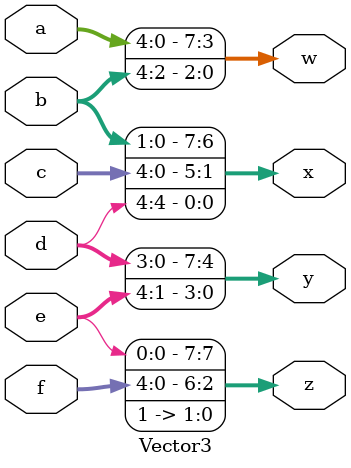
<source format=v>
`timescale 1ns / 1ps


module Vector3(
    input [4:0] a, b, c, d, e, f,
    output [7:0] w, x, y, z );//
	
	assign w={a,b[4:2]};
	assign x={b[1:0],c,d[4]};
	assign y={d[3:0],e[4:1]};
	assign z={e[0],f,2'b11};
endmodule

</source>
